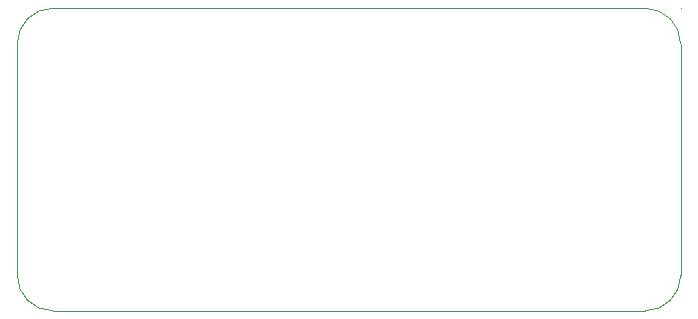
<source format=gbr>
%TF.GenerationSoftware,KiCad,Pcbnew,9.0.0*%
%TF.CreationDate,2025-04-06T18:56:11+05:30*%
%TF.ProjectId,FTDI-UPDI-CH340-Type-c,46544449-2d55-4504-9449-2d4348333430,rev?*%
%TF.SameCoordinates,Original*%
%TF.FileFunction,Profile,NP*%
%FSLAX46Y46*%
G04 Gerber Fmt 4.6, Leading zero omitted, Abs format (unit mm)*
G04 Created by KiCad (PCBNEW 9.0.0) date 2025-04-06 18:56:11*
%MOMM*%
%LPD*%
G01*
G04 APERTURE LIST*
%TA.AperFunction,Profile*%
%ADD10C,0.100000*%
%TD*%
G04 APERTURE END LIST*
D10*
X112168252Y-86190605D02*
G75*
G02*
X115168252Y-83190609I2999996J0D01*
G01*
X165339148Y-83190605D02*
G75*
G02*
X168339148Y-86190605I0J-3000000D01*
G01*
X115168252Y-108801303D02*
G75*
G02*
X112168250Y-105801303I-4J2999998D01*
G01*
X165339148Y-108801303D02*
X115168252Y-108801303D01*
X168339148Y-105801303D02*
G75*
G02*
X165339148Y-108801305I-3000000J-2D01*
G01*
X168339148Y-83190605D02*
X168339148Y-83190605D01*
X115168252Y-83190605D02*
X165339148Y-83190605D01*
X112168252Y-105801303D02*
X112168252Y-86190605D01*
X168339148Y-86190605D02*
X168339148Y-105801303D01*
M02*

</source>
